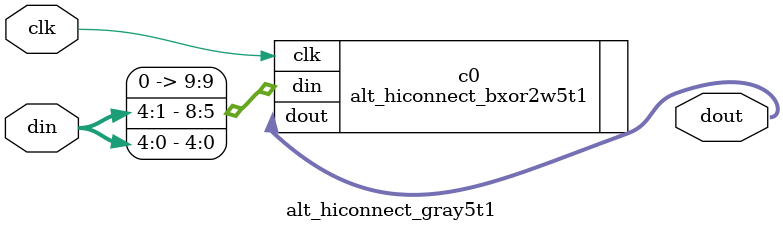
<source format=v>




`timescale 1ps/1ps

// DESCRIPTION
// 5 bit binary to gray.  Latency 1.
// Generated by one of Gregg's toys.   Share And Enjoy.

module alt_hiconnect_gray5t1 #(
    parameter SIM_EMULATE = 1'b0
) (
    input clk,
    input [4:0] din,
    output [4:0] dout
);

alt_hiconnect_bxor2w5t1 c0 (
    .clk(clk),
    .din({1'b0,din[4:1],din}),
    .dout(dout)
);
defparam c0 .SIM_EMULATE = SIM_EMULATE;

endmodule


</source>
